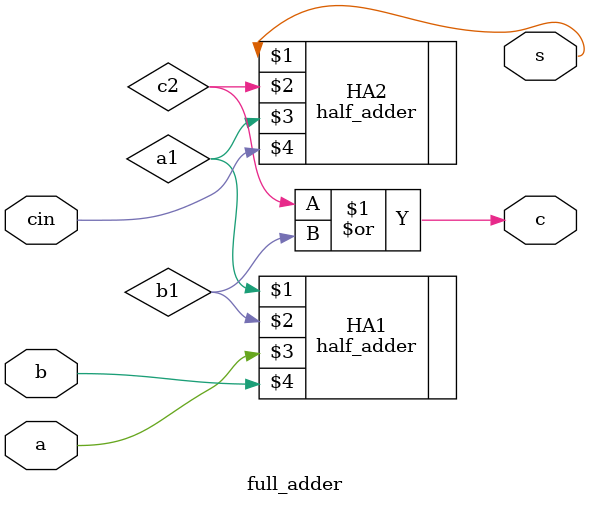
<source format=v>
`timescale 1ns / 1ps


module full_adder(s, c, a, b, cin);
output s, c;
input a, b, cin;
wire a1, b1, c2; 
half_adder HA1 (a1, b1, a, b);
half_adder HA2 (s, c2, a1, cin);
or Cout (c, c2, b1);

endmodule

</source>
